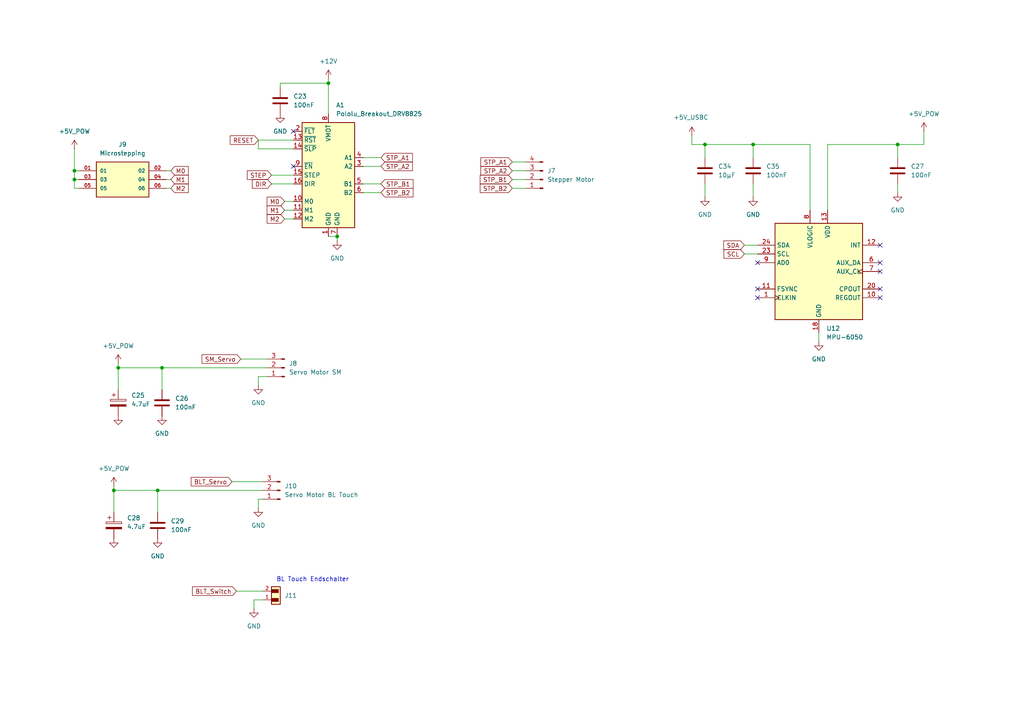
<source format=kicad_sch>
(kicad_sch (version 20231120) (generator "eeschema") (generator_version "8.0")
  (paper "A4")
  (lib_symbols
    (symbol "Connector:Conn_01x03_Pin" (pin_names (offset 1.016) hide)
      (property "Reference" "J" (at 0 5.08 0))
      (property "Value" "Conn_01x03_Pin" (at 0 -5.08 0))
      (symbol "Conn_01x03_Pin_1_1"
        (polyline (pts (xy 1.27 -2.54) (xy 0.8636 -2.54)) (stroke (width 0.1524)))
        (polyline (pts (xy 1.27 0) (xy 0.8636 0)) (stroke (width 0.1524)))
        (polyline (pts (xy 1.27 2.54) (xy 0.8636 2.54)) (stroke (width 0.1524)))
        (rectangle (start 0.8636 -2.413) (end 0 -2.667) (stroke (width 0.1524)) (fill (type outline)))
        (rectangle (start 0.8636 0.127) (end 0 -0.127) (stroke (width 0.1524)) (fill (type outline)))
        (rectangle (start 0.8636 2.667) (end 0 2.413) (stroke (width 0.1524)) (fill (type outline)))
        (pin passive line (at 5.08 2.54 180) (length 3.81) (name "Pin_1") (number "1"))
        (pin passive line (at 5.08 0 180) (length 3.81) (name "Pin_2") (number "2"))
        (pin passive line (at 5.08 -2.54 180) (length 3.81) (name "Pin_3") (number "3"))
      )
    )
    (symbol "Connector:Conn_01x04_Pin" (pin_names (offset 1.016) hide)
      (property "Reference" "J" (at 0 5.08 0))
      (property "Value" "Conn_01x04_Pin" (at 0 -7.62 0))
      (symbol "Conn_01x04_Pin_1_1"
        (polyline (pts (xy 1.27 -5.08) (xy 0.8636 -5.08)) (stroke (width 0.1524)))
        (polyline (pts (xy 1.27 -2.54) (xy 0.8636 -2.54)) (stroke (width 0.1524)))
        (polyline (pts (xy 1.27 0) (xy 0.8636 0)) (stroke (width 0.1524)))
        (polyline (pts (xy 1.27 2.54) (xy 0.8636 2.54)) (stroke (width 0.1524)))
        (rectangle (start 0.8636 -4.953) (end 0 -5.207) (stroke (width 0.1524)) (fill (type outline)))
        (rectangle (start 0.8636 -2.413) (end 0 -2.667) (stroke (width 0.1524)) (fill (type outline)))
        (rectangle (start 0.8636 0.127) (end 0 -0.127) (stroke (width 0.1524)) (fill (type outline)))
        (rectangle (start 0.8636 2.667) (end 0 2.413) (stroke (width 0.1524)) (fill (type outline)))
        (pin passive line (at 5.08 2.54 180) (length 3.81) (name "Pin_1") (number "1"))
        (pin passive line (at 5.08 0 180) (length 3.81) (name "Pin_2") (number "2"))
        (pin passive line (at 5.08 -2.54 180) (length 3.81) (name "Pin_3") (number "3"))
        (pin passive line (at 5.08 -5.08 180) (length 3.81) (name "Pin_4") (number "4"))
      )
    )
    (symbol "Device:C" (pin_numbers hide) (pin_names (offset 0.254))
      (property "Reference" "C" (at 0.635 2.54 0))
      (property "Value" "C" (at 0.635 -2.54 0))
      (symbol "C_0_1"
        (polyline (pts (xy -2.032 -0.762) (xy 2.032 -0.762)) (stroke (width 0.508)))
        (polyline (pts (xy -2.032 0.762) (xy 2.032 0.762)) (stroke (width 0.508)))
      )
      (symbol "C_1_1"
        (pin passive line (at 0 3.81 270) (length 2.794) (name "~") (number "1"))
        (pin passive line (at 0 -3.81 90) (length 2.794) (name "~") (number "2"))
      )
    )
    (symbol "Device:C_Polarized" (pin_numbers hide) (pin_names (offset 0.254))
      (property "Reference" "C" (at 0.635 2.54 0))
      (property "Value" "C_Polarized" (at 0.635 -2.54 0))
      (symbol "C_Polarized_0_1"
        (rectangle (start -2.286 0.508) (end 2.286 1.016))
        (polyline (pts (xy -1.778 2.286) (xy -0.762 2.286)))
        (polyline (pts (xy -1.27 2.794) (xy -1.27 1.778)))
        (rectangle (start 2.286 -0.508) (end -2.286 -1.016) (fill (type outline)))
      )
      (symbol "C_Polarized_1_1"
        (pin passive line (at 0 3.81 270) (length 2.794) (name "~") (number "1"))
        (pin passive line (at 0 -3.81 90) (length 2.794) (name "~") (number "2"))
      )
    )
    (symbol "Driver_Motor:Pololu_Breakout_DRV8825"
      (property "Reference" "A" (at -2.54 16.51 0))
      (property "Value" "Pololu_Breakout_DRV8825" (at -2.54 13.97 0))
      (symbol "Pololu_Breakout_DRV8825_0_1"
        (rectangle (start 7.62 -17.78) (end -7.62 12.7) (stroke (width 0.254)) (fill (type background)))
      )
      (symbol "Pololu_Breakout_DRV8825_1_1"
        (pin power_in line (at 0 -20.32 90) (length 2.54) (name "GND") (number "1"))
        (pin input line (at -10.16 -10.16 0) (length 2.54) (name "M0") (number "10"))
        (pin input line (at -10.16 -12.7 0) (length 2.54) (name "M1") (number "11"))
        (pin input line (at -10.16 -15.24 0) (length 2.54) (name "M2") (number "12"))
        (pin input line (at -10.16 7.62 0) (length 2.54) (name "~{RST}") (number "13"))
        (pin input line (at -10.16 5.08 0) (length 2.54) (name "~{SLP}") (number "14"))
        (pin input line (at -10.16 -2.54 0) (length 2.54) (name "STEP") (number "15"))
        (pin input line (at -10.16 -5.08 0) (length 2.54) (name "DIR") (number "16"))
        (pin output line (at -10.16 10.16 0) (length 2.54) (name "~{FLT}") (number "2"))
        (pin output line (at 10.16 0 180) (length 2.54) (name "A2") (number "3"))
        (pin output line (at 10.16 2.54 180) (length 2.54) (name "A1") (number "4"))
        (pin output line (at 10.16 -5.08 180) (length 2.54) (name "B1") (number "5"))
        (pin output line (at 10.16 -7.62 180) (length 2.54) (name "B2") (number "6"))
        (pin power_in line (at 2.54 -20.32 90) (length 2.54) (name "GND") (number "7"))
        (pin power_in line (at 0 15.24 270) (length 2.54) (name "VMOT") (number "8"))
        (pin input line (at -10.16 0 0) (length 2.54) (name "~{EN}") (number "9"))
      )
    )
    (symbol "Imported_Component_Symbols:665102131822" (pin_names (offset 1.016))
      (property "Reference" "J" (at 2.146 -0.832 0))
      (symbol "665102131822_0_0"
        (rectangle (start -3.81 -2.54) (end 1.27 0) (stroke (width 0.254)) (fill (type background)))
        (rectangle (start -3.04 -2.5) (end -2.04 -0.5) (stroke (width 0.1)) (fill (type outline)))
        (rectangle (start -0.5 -2.5) (end 0.5 -0.5) (stroke (width 0.1)) (fill (type outline)))
        (pin passive line (at 0 -5.08 90) (length 2.54) (name "~") (number "1"))
        (pin passive line (at -2.54 -5.08 90) (length 2.54) (name "~") (number "2"))
      )
    )
    (symbol "Imported_Component_Symbols:FTSH-103-01-L-DH" (pin_names (offset 1.016))
      (property "Reference" "J" (at -8.12 5.08 0))
      (property "Value" "FTSH-103-01-L-DH" (at -7.62 -7.62 0))
      (symbol "FTSH-103-01-L-DH_0_0"
        (rectangle (start -7.62 -5.08) (end 7.62 5.08) (stroke (width 0.254)) (fill (type background)))
        (pin passive line (at -12.7 2.54 0) (length 5.08) (name "01") (number "01"))
        (pin passive line (at 12.7 2.54 180) (length 5.08) (name "02") (number "02"))
        (pin passive line (at -12.7 0 0) (length 5.08) (name "03") (number "03"))
        (pin passive line (at 12.7 0 180) (length 5.08) (name "04") (number "04"))
        (pin passive line (at -12.7 -2.54 0) (length 5.08) (name "05") (number "05"))
        (pin passive line (at 12.7 -2.54 180) (length 5.08) (name "06") (number "06"))
      )
    )
    (symbol "Sensor_Motion:MPU-6050"
      (property "Reference" "U" (at -11.43 13.97 0))
      (property "Value" "MPU-6050" (at 7.62 -15.24 0))
      (symbol "MPU-6050_0_0"
        (text "" (at 12.7 -2.54 0) (effects (font (size 1.27 1.27))))
      )
      (symbol "MPU-6050_0_1"
        (rectangle (start -12.7 13.97) (end 12.7 -13.97) (stroke (width 0.254)) (fill (type background)))
      )
      (symbol "MPU-6050_1_1"
        (pin input clock (at -17.78 -7.62 0) (length 5.08) (name "CLKIN") (number "1"))
        (pin passive line (at 17.78 -7.62 180) (length 5.08) (name "REGOUT") (number "10"))
        (pin input line (at -17.78 -5.08 0) (length 5.08) (name "FSYNC") (number "11"))
        (pin output line (at 17.78 7.62 180) (length 5.08) (name "INT") (number "12"))
        (pin power_in line (at 2.54 17.78 270) (length 3.81) (name "VDD") (number "13"))
        (pin no_connect line (at -12.7 -10.16 0) (length 2.54) hide (name "NC") (number "14"))
        (pin no_connect line (at 12.7 12.7 180) (length 2.54) hide (name "NC") (number "15"))
        (pin no_connect line (at 12.7 10.16 180) (length 2.54) hide (name "NC") (number "16"))
        (pin no_connect line (at 12.7 5.08 180) (length 2.54) hide (name "NC") (number "17"))
        (pin power_in line (at 0 -17.78 90) (length 3.81) (name "GND") (number "18"))
        (pin no_connect line (at 12.7 -10.16 180) (length 2.54) hide (name "RESV") (number "19"))
        (pin no_connect line (at -12.7 12.7 0) (length 2.54) hide (name "NC") (number "2"))
        (pin passive line (at 17.78 -5.08 180) (length 5.08) (name "CPOUT") (number "20"))
        (pin no_connect line (at 12.7 -2.54 180) (length 2.54) hide (name "RESV") (number "21"))
        (pin no_connect line (at 12.7 -12.7 180) (length 2.54) hide (name "RESV") (number "22"))
        (pin input line (at -17.78 5.08 0) (length 5.08) (name "SCL") (number "23"))
        (pin bidirectional line (at -17.78 7.62 0) (length 5.08) (name "SDA") (number "24"))
        (pin no_connect line (at -12.7 10.16 0) (length 2.54) hide (name "NC") (number "3"))
        (pin no_connect line (at -12.7 0 0) (length 2.54) hide (name "NC") (number "4"))
        (pin no_connect line (at -12.7 -2.54 0) (length 2.54) hide (name "NC") (number "5"))
        (pin bidirectional line (at 17.78 2.54 180) (length 5.08) (name "AUX_DA") (number "6"))
        (pin output clock (at 17.78 0 180) (length 5.08) (name "AUX_CL") (number "7"))
        (pin power_in line (at -2.54 17.78 270) (length 3.81) (name "VLOGIC") (number "8"))
        (pin input line (at -17.78 2.54 0) (length 5.08) (name "AD0") (number "9"))
      )
    )
    (symbol "power:+12V" (power) (pin_numbers hide) (pin_names (offset 0) hide)
      (property "Value" "+12V" (at 0 3.556 0))
      (symbol "+12V_0_1"
        (polyline (pts (xy -0.762 1.27) (xy 0 2.54)))
        (polyline (pts (xy 0 0) (xy 0 2.54)))
        (polyline (pts (xy 0 2.54) (xy 0.762 1.27)))
      )
      (symbol "+12V_1_1"
        (pin power_in line (at 0 0 90) (length 0) (name "~") (number "1"))
      )
    )
    (symbol "power:+5C" (power) (pin_numbers hide) (pin_names (offset 0) hide)
      (property "Value" "+5C" (at 0 3.556 0))
      (symbol "+5C_0_1"
        (polyline (pts (xy -0.762 1.27) (xy 0 2.54)))
        (polyline (pts (xy 0 0) (xy 0 2.54)))
        (polyline (pts (xy 0 2.54) (xy 0.762 1.27)))
      )
      (symbol "+5C_1_1"
        (pin power_in line (at 0 0 90) (length 0) (name "~") (number "1"))
      )
    )
    (symbol "power:+5VP" (power) (pin_numbers hide) (pin_names (offset 0) hide)
      (property "Value" "+5VP" (at 0 3.556 0))
      (symbol "+5VP_0_1"
        (polyline (pts (xy -0.762 1.27) (xy 0 2.54)))
        (polyline (pts (xy 0 0) (xy 0 2.54)))
        (polyline (pts (xy 0 2.54) (xy 0.762 1.27)))
      )
      (symbol "+5VP_1_1"
        (pin power_in line (at 0 0 90) (length 0) (name "~") (number "1"))
      )
    )
    (symbol "power:GND" (power) (pin_numbers hide) (pin_names (offset 0) hide)
      (property "Value" "GND" (at 0 -3.81 0))
      (symbol "GND_0_1"
        (polyline (pts (xy 0 0) (xy 0 -1.27) (xy 1.27 -1.27) (xy 0 -2.54) (xy -1.27 -1.27) (xy 0 -1.27)))
      )
      (symbol "GND_1_1"
        (pin power_in line (at 0 0 270) (length 0) (name "~") (number "1"))
      )
    )
  )
  (junction (at 34.29 106.68))
  (junction (at 95.25 24.13))
  (junction (at 21.59 52.07))
  (junction (at 46.99 106.68))
  (junction (at 204.47 41.91))
  (junction (at 45.72 142.24))
  (junction (at 21.59 49.53))
  (junction (at 260.35 41.91))
  (junction (at 33.02 142.24))
  (junction (at 218.44 41.91))
  (junction (at 97.79 68.58))
  (no_connect (at 255.27 86.36))
  (no_connect (at 85.09 38.1))
  (no_connect (at 255.27 78.74))
  (no_connect (at 219.71 83.82))
  (no_connect (at 255.27 76.2))
  (no_connect (at 255.27 71.12))
  (no_connect (at 255.27 83.82))
  (no_connect (at 219.71 76.2))
  (no_connect (at 85.09 48.26))
  (no_connect (at 219.71 86.36))
  (wire (pts (xy 260.35 41.91) (xy 240.03 41.91)))
  (wire (pts (xy 74.93 144.78) (xy 76.2 144.78)))
  (wire (pts (xy 200.66 41.91) (xy 204.47 41.91)))
  (wire (pts (xy 69.85 104.14) (xy 77.47 104.14)))
  (wire (pts (xy 21.59 43.18) (xy 21.59 49.53)))
  (wire (pts (xy 148.59 49.53) (xy 152.4 49.53)))
  (wire (pts (xy 78.74 53.34) (xy 85.09 53.34)))
  (wire (pts (xy 82.55 63.5) (xy 85.09 63.5)))
  (wire (pts (xy 215.9 73.66) (xy 219.71 73.66)))
  (wire (pts (xy 85.09 40.64) (xy 74.93 40.64)))
  (wire (pts (xy 148.59 46.99) (xy 152.4 46.99)))
  (wire (pts (xy 21.59 49.53) (xy 21.59 52.07)))
  (wire (pts (xy 85.09 43.18) (xy 74.93 43.18)))
  (wire (pts (xy 45.72 142.24) (xy 45.72 148.59)))
  (wire (pts (xy 260.35 53.34) (xy 260.35 55.88)))
  (wire (pts (xy 97.79 68.58) (xy 97.79 69.85)))
  (wire (pts (xy 74.93 43.18) (xy 74.93 40.64)))
  (wire (pts (xy 204.47 45.72) (xy 204.47 41.91)))
  (wire (pts (xy 68.58 171.45) (xy 76.2 171.45)))
  (wire (pts (xy 49.53 54.61) (xy 48.26 54.61)))
  (wire (pts (xy 218.44 41.91) (xy 218.44 45.72)))
  (wire (pts (xy 49.53 49.53) (xy 48.26 49.53)))
  (wire (pts (xy 21.59 54.61) (xy 21.59 52.07)))
  (wire (pts (xy 200.66 39.37) (xy 200.66 41.91)))
  (wire (pts (xy 95.25 22.86) (xy 95.25 24.13)))
  (wire (pts (xy 105.41 45.72) (xy 110.49 45.72)))
  (wire (pts (xy 46.99 106.68) (xy 34.29 106.68)))
  (wire (pts (xy 77.47 106.68) (xy 46.99 106.68)))
  (wire (pts (xy 105.41 48.26) (xy 110.49 48.26)))
  (wire (pts (xy 240.03 41.91) (xy 240.03 60.96)))
  (wire (pts (xy 82.55 58.42) (xy 85.09 58.42)))
  (wire (pts (xy 49.53 52.07) (xy 48.26 52.07)))
  (wire (pts (xy 204.47 53.34) (xy 204.47 57.15)))
  (wire (pts (xy 33.02 142.24) (xy 33.02 148.59)))
  (wire (pts (xy 34.29 106.68) (xy 34.29 113.03)))
  (wire (pts (xy 95.25 68.58) (xy 97.79 68.58)))
  (wire (pts (xy 110.49 55.88) (xy 105.41 55.88)))
  (wire (pts (xy 73.66 173.99) (xy 73.66 176.53)))
  (wire (pts (xy 204.47 41.91) (xy 218.44 41.91)))
  (wire (pts (xy 74.93 111.76) (xy 74.93 109.22)))
  (wire (pts (xy 81.28 25.4) (xy 81.28 24.13)))
  (wire (pts (xy 76.2 173.99) (xy 73.66 173.99)))
  (wire (pts (xy 33.02 140.97) (xy 33.02 142.24)))
  (wire (pts (xy 67.31 139.7) (xy 76.2 139.7)))
  (wire (pts (xy 148.59 54.61) (xy 152.4 54.61)))
  (wire (pts (xy 46.99 106.68) (xy 46.99 113.03)))
  (wire (pts (xy 215.9 71.12) (xy 219.71 71.12)))
  (wire (pts (xy 234.95 60.96) (xy 234.95 41.91)))
  (wire (pts (xy 95.25 24.13) (xy 95.25 33.02)))
  (wire (pts (xy 148.59 52.07) (xy 152.4 52.07)))
  (wire (pts (xy 22.86 49.53) (xy 21.59 49.53)))
  (wire (pts (xy 78.74 50.8) (xy 85.09 50.8)))
  (wire (pts (xy 45.72 142.24) (xy 33.02 142.24)))
  (wire (pts (xy 22.86 54.61) (xy 21.59 54.61)))
  (wire (pts (xy 260.35 41.91) (xy 260.35 45.72)))
  (wire (pts (xy 110.49 53.34) (xy 105.41 53.34)))
  (wire (pts (xy 82.55 60.96) (xy 85.09 60.96)))
  (wire (pts (xy 34.29 105.41) (xy 34.29 106.68)))
  (wire (pts (xy 22.86 52.07) (xy 21.59 52.07)))
  (wire (pts (xy 267.97 41.91) (xy 267.97 38.1)))
  (wire (pts (xy 81.28 24.13) (xy 95.25 24.13)))
  (wire (pts (xy 237.49 96.52) (xy 237.49 99.06)))
  (wire (pts (xy 76.2 142.24) (xy 45.72 142.24)))
  (wire (pts (xy 218.44 53.34) (xy 218.44 57.15)))
  (wire (pts (xy 267.97 41.91) (xy 260.35 41.91)))
  (wire (pts (xy 218.44 41.91) (xy 234.95 41.91)))
  (wire (pts (xy 74.93 109.22) (xy 77.47 109.22)))
  (wire (pts (xy 74.93 147.32) (xy 74.93 144.78)))
  (text "BL Touch Endschalter" (at 90.678 168.148 0) (effects (font (size 1.27 1.27))))
  (global_label "M2" (shape input) (at 82.55 63.5 180) (property "Intersheetrefs" "${INTERSHEET_REFS}" (effects (hide yes))))
  (global_label "M0" (shape input) (at 82.55 58.42 180) (property "Intersheetrefs" "${INTERSHEET_REFS}" (effects (hide yes))))
  (global_label "BLT_Switch" (shape input) (at 68.58 171.45 180) (property "Intersheetrefs" "${INTERSHEET_REFS}" (effects (hide yes))))
  (global_label "M1" (shape input) (at 82.55 60.96 180) (property "Intersheetrefs" "${INTERSHEET_REFS}" (effects (hide yes))))
  (global_label "M2" (shape input) (at 49.53 54.61 0) (property "Intersheetrefs" "${INTERSHEET_REFS}" (effects (hide yes))))
  (global_label "M0" (shape input) (at 49.53 49.53 0) (property "Intersheetrefs" "${INTERSHEET_REFS}" (effects (hide yes))))
  (global_label "STP_B2" (shape input) (at 148.59 54.61 180) (property "Intersheetrefs" "${INTERSHEET_REFS}" (effects (hide yes))))
  (global_label "STP_A2" (shape input) (at 110.49 48.26 0) (property "Intersheetrefs" "${INTERSHEET_REFS}" (effects (hide yes))))
  (global_label "RESET" (shape input) (at 74.93 40.64 180) (property "Intersheetrefs" "${INTERSHEET_REFS}" (effects (hide yes))))
  (global_label "STEP" (shape input) (at 78.74 50.8 180) (property "Intersheetrefs" "${INTERSHEET_REFS}" (effects (hide yes))))
  (global_label "STP_A2" (shape input) (at 148.59 49.53 180) (property "Intersheetrefs" "${INTERSHEET_REFS}" (effects (hide yes))))
  (global_label "DIR" (shape input) (at 78.74 53.34 180) (property "Intersheetrefs" "${INTERSHEET_REFS}" (effects (hide yes))))
  (global_label "STP_A1" (shape input) (at 148.59 46.99 180) (property "Intersheetrefs" "${INTERSHEET_REFS}" (effects (hide yes))))
  (global_label "STP_B1" (shape input) (at 110.49 53.34 0) (property "Intersheetrefs" "${INTERSHEET_REFS}" (effects (hide yes))))
  (global_label "STP_A1" (shape input) (at 110.49 45.72 0) (property "Intersheetrefs" "${INTERSHEET_REFS}" (effects (hide yes))))
  (global_label "M1" (shape input) (at 49.53 52.07 0) (property "Intersheetrefs" "${INTERSHEET_REFS}" (effects (hide yes))))
  (global_label "SDA" (shape input) (at 215.9 71.12 180) (property "Intersheetrefs" "${INTERSHEET_REFS}" (effects (hide yes))))
  (global_label "STP_B2" (shape input) (at 110.49 55.88 0) (property "Intersheetrefs" "${INTERSHEET_REFS}" (effects (hide yes))))
  (global_label "SCL" (shape input) (at 215.9 73.66 180) (property "Intersheetrefs" "${INTERSHEET_REFS}" (effects (hide yes))))
  (global_label "BLT_Servo" (shape input) (at 67.31 139.7 180) (property "Intersheetrefs" "${INTERSHEET_REFS}" (effects (hide yes))))
  (global_label "SM_Servo" (shape input) (at 69.85 104.14 180) (property "Intersheetrefs" "${INTERSHEET_REFS}" (effects (hide yes))))
  (global_label "STP_B1" (shape input) (at 148.59 52.07 180) (property "Intersheetrefs" "${INTERSHEET_REFS}" (effects (hide yes))))
  (symbol (lib_id "Device:C") (at 260.35 49.53 0) (unit 1)
    (property "Reference" "C27" (at 264.16 48.2599 0) (effects (justify left)))
    (property "Value" "100nF" (at 264.16 50.7999 0) (effects (justify left)))
    (property "Footprint" "Capacitor_SMD:C_0402_1005Metric_Pad0.74x0.62mm_HandSolder" (effects (hide yes)))
    (property "Description" "Unpolarized capacitor" (effects (hide yes)))
  )
  (symbol (lib_id "power:+5VP") (at 267.97 38.1 0) (unit 1)
    (property "Reference" "#PWR062" (effects (hide yes)))
    (property "Value" "+5V_POW" (at 267.97 33.02 0))
    (property "Description" "Power symbol creates a global label with name \"+5VP\"" (effects (hide yes)))
  )
  (symbol (lib_id "power:GND") (at 45.72 156.21 0) (unit 1)
    (property "Reference" "#PWR067" (effects (hide yes)))
    (property "Value" "GND" (at 45.72 161.29 0))
    (property "Description" "Power symbol creates a global label with name \"GND\" , ground" (effects (hide yes)))
  )
  (symbol (lib_id "Driver_Motor:Pololu_Breakout_DRV8825") (at 95.25 48.26 0) (unit 1)
    (property "Reference" "A1" (at 97.4441 30.48 0) (effects (justify left)))
    (property "Value" "Pololu_Breakout_DRV8825" (at 97.4441 33.02 0) (effects (justify left)))
    (property "Footprint" "Imported_Component_Footprints:drv8825" (effects (hide yes)))
    (property "Datasheet" "https://www.pololu.com/product/2982" (effects (hide yes)))
    (property "Description" "Pololu Breakout Board, Stepper Driver DRV8825" (effects (hide yes)))
  )
  (symbol (lib_id "power:GND") (at 260.35 55.88 0) (unit 1)
    (property "Reference" "#PWR065" (effects (hide yes)))
    (property "Value" "GND" (at 260.35 60.96 0))
    (property "Description" "Power symbol creates a global label with name \"GND\" , ground" (effects (hide yes)))
  )
  (symbol (lib_id "power:GND") (at 97.79 69.85 0) (unit 1)
    (property "Reference" "#PWR056" (effects (hide yes)))
    (property "Value" "GND" (at 97.79 74.93 0))
    (property "Description" "Power symbol creates a global label with name \"GND\" , ground" (effects (hide yes)))
  )
  (symbol (lib_id "power:GND") (at 46.99 120.65 0) (unit 1)
    (property "Reference" "#PWR061" (effects (hide yes)))
    (property "Value" "GND" (at 46.99 125.73 0))
    (property "Description" "Power symbol creates a global label with name \"GND\" , ground" (effects (hide yes)))
  )
  (symbol (lib_id "power:GND") (at 218.44 57.15 0) (unit 1)
    (property "Reference" "#PWR085" (effects (hide yes)))
    (property "Value" "GND" (at 218.44 62.23 0))
    (property "Description" "Power symbol creates a global label with name \"GND\" , ground" (effects (hide yes)))
  )
  (symbol (lib_id "power:GND") (at 81.28 33.02 0) (unit 1)
    (property "Reference" "#PWR051" (effects (hide yes)))
    (property "Value" "GND" (at 81.28 38.1 0))
    (property "Description" "Power symbol creates a global label with name \"GND\" , ground" (effects (hide yes)))
  )
  (symbol (lib_id "Device:C_Polarized") (at 34.29 116.84 0) (unit 1)
    (property "Reference" "C25" (at 38.1 114.6809 0) (effects (justify left)))
    (property "Value" "4.7uF" (at 38.1 117.2209 0) (effects (justify left)))
    (property "Footprint" "Capacitor_SMD:C_0805_2012Metric_Pad1.18x1.45mm_HandSolder" (effects (hide yes)))
    (property "Description" "Polarized capacitor" (effects (hide yes)))
  )
  (symbol (lib_id "Imported_Component_Symbols:FTSH-103-01-L-DH") (at 35.56 52.07 0) (unit 1)
    (property "Reference" "J9" (at 35.56 41.91 0))
    (property "Value" "Microstepping" (at 35.56 44.45 0))
    (property "Footprint" "Imported_Component_Footprints:FTSH-103-01-L-DH" (effects (hide yes)))
    (property "PARTREV" "R" (effects (hide yes)))
    (property "MANUFACTURER" "Samtec Inc." (effects (hide yes)))
    (property "STANDARD" "Manufacturer Recommendations" (effects (hide yes)))
  )
  (symbol (lib_id "Device:C") (at 218.44 49.53 0) (unit 1)
    (property "Reference" "C35" (at 222.25 48.2599 0) (effects (justify left)))
    (property "Value" "100nF" (at 222.25 50.7999 0) (effects (justify left)))
    (property "Footprint" "Capacitor_SMD:C_0402_1005Metric_Pad0.74x0.62mm_HandSolder" (effects (hide yes)))
    (property "Description" "Unpolarized capacitor" (effects (hide yes)))
  )
  (symbol (lib_id "power:GND") (at 237.49 99.06 0) (unit 1)
    (property "Reference" "#PWR069" (effects (hide yes)))
    (property "Value" "GND" (at 237.49 104.14 0))
    (property "Description" "Power symbol creates a global label with name \"GND\" , ground" (effects (hide yes)))
  )
  (symbol (lib_id "Device:C") (at 45.72 152.4 0) (unit 1)
    (property "Reference" "C29" (at 49.53 151.1299 0) (effects (justify left)))
    (property "Value" "100nF" (at 49.53 153.6699 0) (effects (justify left)))
    (property "Footprint" "Capacitor_SMD:C_0402_1005Metric_Pad0.74x0.62mm_HandSolder" (effects (hide yes)))
    (property "Description" "Unpolarized capacitor" (effects (hide yes)))
  )
  (symbol (lib_id "Device:C") (at 204.47 49.53 0) (unit 1)
    (property "Reference" "C34" (at 208.28 48.2599 0) (effects (justify left)))
    (property "Value" "10µF" (at 208.28 50.7999 0) (effects (justify left)))
    (property "Footprint" "Capacitor_SMD:C_0805_2012Metric_Pad1.18x1.45mm_HandSolder" (effects (hide yes)))
    (property "Description" "Unpolarized capacitor" (effects (hide yes)))
  )
  (symbol (lib_id "Imported_Component_Symbols:665102131822") (at 81.28 173.99 270) (unit 1)
    (property "Reference" "J11" (at 82.55 172.7199 90) (effects (justify left)))
    (property "Value" "T3" (effects (hide yes)))
    (property "Footprint" "Imported_Component_Footprints:665102131822" (effects (hide yes)))
    (property "CONTACT-RESISTANCE" "20mOhm" (effects (hide yes)))
    (property "GENDER" "Male" (effects (hide yes)))
    (property "MOUNT" "SMT" (effects (hide yes)))
    (property "IR" "1A" (effects (hide yes)))
    (property "L" "4mm" (effects (hide yes)))
    (property "PACKAGING" "Tape and Reel" (effects (hide yes)))
    (property "PART-NUMBER" "665102131822" (effects (hide yes)))
    (property "DATASHEET-URL" "https://www.we-online.com/redexpert/spec/665102131822?ae" (effects (hide yes)))
    (property "WORKING-VOLTAGE" "50V(AC)" (effects (hide yes)))
    (property "PINS" "2" (effects (hide yes)))
    (property "PITCH" "1mm" (effects (hide yes)))
    (property "TYPE" "Horizontal" (effects (hide yes)))
    (property "PCB-CABLE-PANEL" "PCB" (effects (hide yes)))
  )
  (symbol (lib_id "Connector:Conn_01x03_Pin") (at 81.28 142.24 180) (unit 1)
    (property "Reference" "J10" (at 82.55 140.9699 0) (effects (justify right)))
    (property "Value" "Servo Motor BL Touch" (at 82.55 143.5099 0) (effects (justify right)))
    (property "Footprint" "Imported_Component_Footprints:JST_XH_S3B-XH-A_1x03_P2.50mm_Horizontal" (effects (hide yes)))
    (property "Description" "Generic connector, single row, 01x03, script generated" (effects (hide yes)))
  )
  (symbol (lib_id "power:+5VP") (at 21.59 43.18 0) (unit 1)
    (property "Reference" "#PWR057" (effects (hide yes)))
    (property "Value" "+5V_POW" (at 21.59 38.1 0))
    (property "Description" "Power symbol creates a global label with name \"+5VP\"" (effects (hide yes)))
  )
  (symbol (lib_id "power:GND") (at 74.93 147.32 0) (unit 1)
    (property "Reference" "#PWR064" (effects (hide yes)))
    (property "Value" "GND" (at 74.93 152.4 0))
    (property "Description" "Power symbol creates a global label with name \"GND\" , ground" (effects (hide yes)))
  )
  (symbol (lib_id "power:GND") (at 34.29 120.65 0) (unit 1)
    (property "Reference" "#PWR060" (effects (hide yes)))
    (property "Value" "GND" (effects (hide yes)))
    (property "Description" "Power symbol creates a global label with name \"GND\" , ground" (effects (hide yes)))
  )
  (symbol (lib_id "power:+5VP") (at 34.29 105.41 0) (unit 1)
    (property "Reference" "#PWR058" (effects (hide yes)))
    (property "Value" "+5V_POW" (at 34.29 100.33 0))
    (property "Description" "Power symbol creates a global label with name \"+5VP\"" (effects (hide yes)))
  )
  (symbol (lib_id "Connector:Conn_01x03_Pin") (at 82.55 106.68 180) (unit 1)
    (property "Reference" "J8" (at 83.82 105.4099 0) (effects (justify right)))
    (property "Value" "Servo Motor SM" (at 83.82 107.9499 0) (effects (justify right)))
    (property "Footprint" "Imported_Component_Footprints:JST_XH_S3B-XH-A_1x03_P2.50mm_Horizontal" (effects (hide yes)))
    (property "Description" "Generic connector, single row, 01x03, script generated" (effects (hide yes)))
  )
  (symbol (lib_id "power:GND") (at 33.02 156.21 0) (unit 1)
    (property "Reference" "#PWR066" (effects (hide yes)))
    (property "Value" "GND" (effects (hide yes)))
    (property "Description" "Power symbol creates a global label with name \"GND\" , ground" (effects (hide yes)))
  )
  (symbol (lib_id "power:+5VP") (at 33.02 140.97 0) (unit 1)
    (property "Reference" "#PWR063" (effects (hide yes)))
    (property "Value" "+5V_POW" (at 33.02 135.89 0))
    (property "Description" "Power symbol creates a global label with name \"+5VP\"" (effects (hide yes)))
  )
  (symbol (lib_id "Device:C_Polarized") (at 33.02 152.4 0) (unit 1)
    (property "Reference" "C28" (at 36.83 150.2409 0) (effects (justify left)))
    (property "Value" "4.7uF" (at 36.83 152.7809 0) (effects (justify left)))
    (property "Footprint" "Capacitor_SMD:C_0805_2012Metric_Pad1.18x1.45mm_HandSolder" (effects (hide yes)))
    (property "Description" "Polarized capacitor" (effects (hide yes)))
  )
  (symbol (lib_id "Sensor_Motion:MPU-6050") (at 237.49 78.74 0) (unit 1)
    (property "Reference" "U12" (at 239.6841 95.25 0) (effects (justify left)))
    (property "Value" "MPU-6050" (at 239.6841 97.79 0) (effects (justify left)))
    (property "Footprint" "Sensor_Motion:InvenSense_QFN-24_4x4mm_P0.5mm" (effects (hide yes)))
    (property "Datasheet" "https://invensense.tdk.com/wp-content/uploads/2015/02/MPU-6000-Datasheet1.pdf" (effects (hide yes)))
    (property "Description" "InvenSense 6-Axis Motion Sensor, Gyroscope, Accelerometer, I2C" (effects (hide yes)))
  )
  (symbol (lib_id "Device:C") (at 81.28 29.21 0) (unit 1)
    (property "Reference" "C23" (at 85.09 27.9399 0) (effects (justify left)))
    (property "Value" "100nF" (at 85.09 30.4799 0) (effects (justify left)))
    (property "Footprint" "Capacitor_SMD:C_0402_1005Metric_Pad0.74x0.62mm_HandSolder" (effects (hide yes)))
    (property "Description" "Unpolarized capacitor" (effects (hide yes)))
  )
  (symbol (lib_id "power:GND") (at 74.93 111.76 0) (unit 1)
    (property "Reference" "#PWR059" (effects (hide yes)))
    (property "Value" "GND" (at 74.93 116.84 0))
    (property "Description" "Power symbol creates a global label with name \"GND\" , ground" (effects (hide yes)))
  )
  (symbol (lib_id "Connector:Conn_01x04_Pin") (at 157.48 52.07 180) (unit 1)
    (property "Reference" "J7" (at 158.75 49.5299 0) (effects (justify right)))
    (property "Value" "Stepper Motor" (at 158.75 52.0699 0) (effects (justify right)))
    (property "Footprint" "Imported_Component_Footprints:JST_S4B-XH-A-1" (effects (hide yes)))
    (property "Description" "Generic connector, single row, 01x04, script generated" (effects (hide yes)))
  )
  (symbol (lib_id "power:+12V") (at 95.25 22.86 0) (unit 1)
    (property "Reference" "#PWR049" (effects (hide yes)))
    (property "Value" "+12V" (at 95.25 17.78 0))
    (property "Description" "Power symbol creates a global label with name \"+12V\"" (effects (hide yes)))
  )
  (symbol (lib_id "Device:C") (at 46.99 116.84 0) (unit 1)
    (property "Reference" "C26" (at 50.8 115.5699 0) (effects (justify left)))
    (property "Value" "100nF" (at 50.8 118.1099 0) (effects (justify left)))
    (property "Footprint" "Capacitor_SMD:C_0402_1005Metric_Pad0.74x0.62mm_HandSolder" (effects (hide yes)))
    (property "Description" "Unpolarized capacitor" (effects (hide yes)))
  )
  (symbol (lib_id "power:GND") (at 73.66 176.53 0) (unit 1)
    (property "Reference" "#PWR068" (effects (hide yes)))
    (property "Value" "GND" (at 73.66 181.61 0))
    (property "Description" "Power symbol creates a global label with name \"GND\" , ground" (effects (hide yes)))
  )
  (symbol (lib_id "power:GND") (at 204.47 57.15 0) (unit 1)
    (property "Reference" "#PWR084" (effects (hide yes)))
    (property "Value" "GND" (at 204.47 62.23 0))
    (property "Description" "Power symbol creates a global label with name \"GND\" , ground" (effects (hide yes)))
  )
  (symbol (lib_id "power:+5C") (at 200.66 39.37 0) (unit 1)
    (property "Reference" "#PWR083" (effects (hide yes)))
    (property "Value" "+5V_USBC" (at 195.326 34.036 0) (effects (justify left)))
    (property "Description" "Power symbol creates a global label with name \"+5C\"" (effects (hide yes)))
  )
)
</source>
